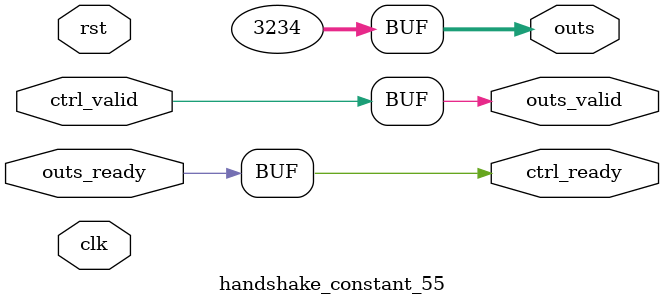
<source format=v>
`timescale 1ns / 1ps
module handshake_constant_55 #(
  parameter DATA_WIDTH = 32  // Default set to 32 bits
) (
  input                       clk,
  input                       rst,
  // Input Channel
  input                       ctrl_valid,
  output                      ctrl_ready,
  // Output Channel
  output [DATA_WIDTH - 1 : 0] outs,
  output                      outs_valid,
  input                       outs_ready
);
  assign outs       = 12'b110010100010;
  assign outs_valid = ctrl_valid;
  assign ctrl_ready = outs_ready;

endmodule

</source>
